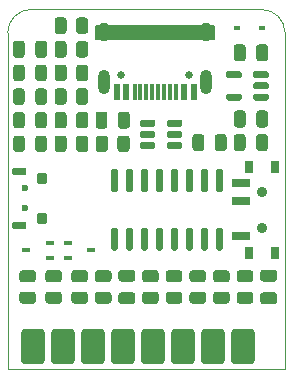
<source format=gbr>
G04 #@! TF.GenerationSoftware,KiCad,Pcbnew,6.0.7+dfsg-1~bpo11+1*
G04 #@! TF.ProjectId,project,70726f6a-6563-4742-9e6b-696361645f70,rev?*
G04 #@! TF.SameCoordinates,Original*
G04 #@! TF.FileFunction,Soldermask,Top*
G04 #@! TF.FilePolarity,Negative*
%FSLAX46Y46*%
G04 Gerber Fmt 4.6, Leading zero omitted, Abs format (unit mm)*
%MOMM*%
%LPD*%
G01*
G04 APERTURE LIST*
%ADD10C,0.150000*%
G04 #@! TA.AperFunction,Profile*
%ADD11C,0.100000*%
G04 #@! TD*
%ADD12R,0.600000X0.450000*%
%ADD13C,0.900000*%
%ADD14R,1.500000X0.700000*%
%ADD15R,0.800000X1.000000*%
%ADD16C,0.650000*%
%ADD17R,0.600000X1.450000*%
%ADD18R,0.300000X1.450000*%
%ADD19O,1.000000X2.100000*%
%ADD20O,1.000000X1.600000*%
%ADD21C,0.600000*%
%ADD22R,0.700000X0.450000*%
G04 APERTURE END LIST*
D10*
X107500000Y-97375000D02*
X117500000Y-97375000D01*
X117500000Y-97375000D02*
X117500000Y-98475000D01*
X117500000Y-98475000D02*
X107500000Y-98475000D01*
X107500000Y-98475000D02*
X107500000Y-97375000D01*
G36*
X107500000Y-97375000D02*
G01*
X117500000Y-97375000D01*
X117500000Y-98475000D01*
X107500000Y-98475000D01*
X107500000Y-97375000D01*
G37*
D11*
X122250000Y-126475000D02*
X101150000Y-126475000D01*
X123500000Y-98000000D02*
X123500000Y-126475000D01*
X100000000Y-98000000D02*
X100000000Y-126475000D01*
X123500000Y-98000000D02*
G75*
G03*
X121500000Y-96000000I-2000000J0D01*
G01*
X122250000Y-126475000D02*
X123500000Y-126475000D01*
X102000000Y-96000000D02*
X121500000Y-96000000D01*
X101150000Y-126475000D02*
X100000000Y-126475000D01*
X102000000Y-96000000D02*
G75*
G03*
X100000000Y-98000000I0J-2000000D01*
G01*
G36*
G01*
X112550000Y-120925000D02*
X111650000Y-120925000D01*
G75*
G02*
X111400000Y-120675000I0J250000D01*
G01*
X111400000Y-120150000D01*
G75*
G02*
X111650000Y-119900000I250000J0D01*
G01*
X112550000Y-119900000D01*
G75*
G02*
X112800000Y-120150000I0J-250000D01*
G01*
X112800000Y-120675000D01*
G75*
G02*
X112550000Y-120925000I-250000J0D01*
G01*
G37*
G36*
G01*
X112550000Y-119100000D02*
X111650000Y-119100000D01*
G75*
G02*
X111400000Y-118850000I0J250000D01*
G01*
X111400000Y-118325000D01*
G75*
G02*
X111650000Y-118075000I250000J0D01*
G01*
X112550000Y-118075000D01*
G75*
G02*
X112800000Y-118325000I0J-250000D01*
G01*
X112800000Y-118850000D01*
G75*
G02*
X112550000Y-119100000I-250000J0D01*
G01*
G37*
G36*
G01*
X110325000Y-106925000D02*
X110325000Y-107825000D01*
G75*
G02*
X110075000Y-108075000I-250000J0D01*
G01*
X109550000Y-108075000D01*
G75*
G02*
X109300000Y-107825000I0J250000D01*
G01*
X109300000Y-106925000D01*
G75*
G02*
X109550000Y-106675000I250000J0D01*
G01*
X110075000Y-106675000D01*
G75*
G02*
X110325000Y-106925000I0J-250000D01*
G01*
G37*
G36*
G01*
X108500000Y-106925000D02*
X108500000Y-107825000D01*
G75*
G02*
X108250000Y-108075000I-250000J0D01*
G01*
X107725000Y-108075000D01*
G75*
G02*
X107475000Y-107825000I0J250000D01*
G01*
X107475000Y-106925000D01*
G75*
G02*
X107725000Y-106675000I250000J0D01*
G01*
X108250000Y-106675000D01*
G75*
G02*
X108500000Y-106925000I0J-250000D01*
G01*
G37*
G36*
G01*
X109625000Y-118050000D02*
X110575000Y-118050000D01*
G75*
G02*
X110825000Y-118300000I0J-250000D01*
G01*
X110825000Y-118800000D01*
G75*
G02*
X110575000Y-119050000I-250000J0D01*
G01*
X109625000Y-119050000D01*
G75*
G02*
X109375000Y-118800000I0J250000D01*
G01*
X109375000Y-118300000D01*
G75*
G02*
X109625000Y-118050000I250000J0D01*
G01*
G37*
G36*
G01*
X109625000Y-119950000D02*
X110575000Y-119950000D01*
G75*
G02*
X110825000Y-120200000I0J-250000D01*
G01*
X110825000Y-120700000D01*
G75*
G02*
X110575000Y-120950000I-250000J0D01*
G01*
X109625000Y-120950000D01*
G75*
G02*
X109375000Y-120700000I0J250000D01*
G01*
X109375000Y-120200000D01*
G75*
G02*
X109625000Y-119950000I250000J0D01*
G01*
G37*
G36*
G01*
X103450000Y-118075000D02*
X104350000Y-118075000D01*
G75*
G02*
X104600000Y-118325000I0J-250000D01*
G01*
X104600000Y-118850000D01*
G75*
G02*
X104350000Y-119100000I-250000J0D01*
G01*
X103450000Y-119100000D01*
G75*
G02*
X103200000Y-118850000I0J250000D01*
G01*
X103200000Y-118325000D01*
G75*
G02*
X103450000Y-118075000I250000J0D01*
G01*
G37*
G36*
G01*
X103450000Y-119900000D02*
X104350000Y-119900000D01*
G75*
G02*
X104600000Y-120150000I0J-250000D01*
G01*
X104600000Y-120675000D01*
G75*
G02*
X104350000Y-120925000I-250000J0D01*
G01*
X103450000Y-120925000D01*
G75*
G02*
X103200000Y-120675000I0J250000D01*
G01*
X103200000Y-120150000D01*
G75*
G02*
X103450000Y-119900000I250000J0D01*
G01*
G37*
G36*
G01*
X103350000Y-98900000D02*
X103350000Y-99850000D01*
G75*
G02*
X103100000Y-100100000I-250000J0D01*
G01*
X102600000Y-100100000D01*
G75*
G02*
X102350000Y-99850000I0J250000D01*
G01*
X102350000Y-98900000D01*
G75*
G02*
X102600000Y-98650000I250000J0D01*
G01*
X103100000Y-98650000D01*
G75*
G02*
X103350000Y-98900000I0J-250000D01*
G01*
G37*
G36*
G01*
X101450000Y-98900000D02*
X101450000Y-99850000D01*
G75*
G02*
X101200000Y-100100000I-250000J0D01*
G01*
X100700000Y-100100000D01*
G75*
G02*
X100450000Y-99850000I0J250000D01*
G01*
X100450000Y-98900000D01*
G75*
G02*
X100700000Y-98650000I250000J0D01*
G01*
X101200000Y-98650000D01*
G75*
G02*
X101450000Y-98900000I0J-250000D01*
G01*
G37*
G36*
G01*
X100475000Y-101831250D02*
X100475000Y-100918750D01*
G75*
G02*
X100718750Y-100675000I243750J0D01*
G01*
X101206250Y-100675000D01*
G75*
G02*
X101450000Y-100918750I0J-243750D01*
G01*
X101450000Y-101831250D01*
G75*
G02*
X101206250Y-102075000I-243750J0D01*
G01*
X100718750Y-102075000D01*
G75*
G02*
X100475000Y-101831250I0J243750D01*
G01*
G37*
G36*
G01*
X102350000Y-101831250D02*
X102350000Y-100918750D01*
G75*
G02*
X102593750Y-100675000I243750J0D01*
G01*
X103081250Y-100675000D01*
G75*
G02*
X103325000Y-100918750I0J-243750D01*
G01*
X103325000Y-101831250D01*
G75*
G02*
X103081250Y-102075000I-243750J0D01*
G01*
X102593750Y-102075000D01*
G75*
G02*
X102350000Y-101831250I0J243750D01*
G01*
G37*
G36*
G01*
X100475000Y-103831250D02*
X100475000Y-102918750D01*
G75*
G02*
X100718750Y-102675000I243750J0D01*
G01*
X101206250Y-102675000D01*
G75*
G02*
X101450000Y-102918750I0J-243750D01*
G01*
X101450000Y-103831250D01*
G75*
G02*
X101206250Y-104075000I-243750J0D01*
G01*
X100718750Y-104075000D01*
G75*
G02*
X100475000Y-103831250I0J243750D01*
G01*
G37*
G36*
G01*
X102350000Y-103831250D02*
X102350000Y-102918750D01*
G75*
G02*
X102593750Y-102675000I243750J0D01*
G01*
X103081250Y-102675000D01*
G75*
G02*
X103325000Y-102918750I0J-243750D01*
G01*
X103325000Y-103831250D01*
G75*
G02*
X103081250Y-104075000I-243750J0D01*
G01*
X102593750Y-104075000D01*
G75*
G02*
X102350000Y-103831250I0J243750D01*
G01*
G37*
G36*
G01*
X119150000Y-107750000D02*
X119150000Y-106800000D01*
G75*
G02*
X119400000Y-106550000I250000J0D01*
G01*
X119900000Y-106550000D01*
G75*
G02*
X120150000Y-106800000I0J-250000D01*
G01*
X120150000Y-107750000D01*
G75*
G02*
X119900000Y-108000000I-250000J0D01*
G01*
X119400000Y-108000000D01*
G75*
G02*
X119150000Y-107750000I0J250000D01*
G01*
G37*
G36*
G01*
X121050000Y-107750000D02*
X121050000Y-106800000D01*
G75*
G02*
X121300000Y-106550000I250000J0D01*
G01*
X121800000Y-106550000D01*
G75*
G02*
X122050000Y-106800000I0J-250000D01*
G01*
X122050000Y-107750000D01*
G75*
G02*
X121800000Y-108000000I-250000J0D01*
G01*
X121300000Y-108000000D01*
G75*
G02*
X121050000Y-107750000I0J250000D01*
G01*
G37*
G36*
G01*
X118550000Y-120925000D02*
X117650000Y-120925000D01*
G75*
G02*
X117400000Y-120675000I0J250000D01*
G01*
X117400000Y-120150000D01*
G75*
G02*
X117650000Y-119900000I250000J0D01*
G01*
X118550000Y-119900000D01*
G75*
G02*
X118800000Y-120150000I0J-250000D01*
G01*
X118800000Y-120675000D01*
G75*
G02*
X118550000Y-120925000I-250000J0D01*
G01*
G37*
G36*
G01*
X118550000Y-119100000D02*
X117650000Y-119100000D01*
G75*
G02*
X117400000Y-118850000I0J250000D01*
G01*
X117400000Y-118325000D01*
G75*
G02*
X117650000Y-118075000I250000J0D01*
G01*
X118550000Y-118075000D01*
G75*
G02*
X118800000Y-118325000I0J-250000D01*
G01*
X118800000Y-118850000D01*
G75*
G02*
X118550000Y-119100000I-250000J0D01*
G01*
G37*
G36*
G01*
X117795000Y-109525000D02*
X118095000Y-109525000D01*
G75*
G02*
X118245000Y-109675000I0J-150000D01*
G01*
X118245000Y-111325000D01*
G75*
G02*
X118095000Y-111475000I-150000J0D01*
G01*
X117795000Y-111475000D01*
G75*
G02*
X117645000Y-111325000I0J150000D01*
G01*
X117645000Y-109675000D01*
G75*
G02*
X117795000Y-109525000I150000J0D01*
G01*
G37*
G36*
G01*
X116525000Y-109525000D02*
X116825000Y-109525000D01*
G75*
G02*
X116975000Y-109675000I0J-150000D01*
G01*
X116975000Y-111325000D01*
G75*
G02*
X116825000Y-111475000I-150000J0D01*
G01*
X116525000Y-111475000D01*
G75*
G02*
X116375000Y-111325000I0J150000D01*
G01*
X116375000Y-109675000D01*
G75*
G02*
X116525000Y-109525000I150000J0D01*
G01*
G37*
G36*
G01*
X115255000Y-109525000D02*
X115555000Y-109525000D01*
G75*
G02*
X115705000Y-109675000I0J-150000D01*
G01*
X115705000Y-111325000D01*
G75*
G02*
X115555000Y-111475000I-150000J0D01*
G01*
X115255000Y-111475000D01*
G75*
G02*
X115105000Y-111325000I0J150000D01*
G01*
X115105000Y-109675000D01*
G75*
G02*
X115255000Y-109525000I150000J0D01*
G01*
G37*
G36*
G01*
X113985000Y-109525000D02*
X114285000Y-109525000D01*
G75*
G02*
X114435000Y-109675000I0J-150000D01*
G01*
X114435000Y-111325000D01*
G75*
G02*
X114285000Y-111475000I-150000J0D01*
G01*
X113985000Y-111475000D01*
G75*
G02*
X113835000Y-111325000I0J150000D01*
G01*
X113835000Y-109675000D01*
G75*
G02*
X113985000Y-109525000I150000J0D01*
G01*
G37*
G36*
G01*
X112715000Y-109525000D02*
X113015000Y-109525000D01*
G75*
G02*
X113165000Y-109675000I0J-150000D01*
G01*
X113165000Y-111325000D01*
G75*
G02*
X113015000Y-111475000I-150000J0D01*
G01*
X112715000Y-111475000D01*
G75*
G02*
X112565000Y-111325000I0J150000D01*
G01*
X112565000Y-109675000D01*
G75*
G02*
X112715000Y-109525000I150000J0D01*
G01*
G37*
G36*
G01*
X111445000Y-109525000D02*
X111745000Y-109525000D01*
G75*
G02*
X111895000Y-109675000I0J-150000D01*
G01*
X111895000Y-111325000D01*
G75*
G02*
X111745000Y-111475000I-150000J0D01*
G01*
X111445000Y-111475000D01*
G75*
G02*
X111295000Y-111325000I0J150000D01*
G01*
X111295000Y-109675000D01*
G75*
G02*
X111445000Y-109525000I150000J0D01*
G01*
G37*
G36*
G01*
X110175000Y-109525000D02*
X110475000Y-109525000D01*
G75*
G02*
X110625000Y-109675000I0J-150000D01*
G01*
X110625000Y-111325000D01*
G75*
G02*
X110475000Y-111475000I-150000J0D01*
G01*
X110175000Y-111475000D01*
G75*
G02*
X110025000Y-111325000I0J150000D01*
G01*
X110025000Y-109675000D01*
G75*
G02*
X110175000Y-109525000I150000J0D01*
G01*
G37*
G36*
G01*
X108905000Y-109525000D02*
X109205000Y-109525000D01*
G75*
G02*
X109355000Y-109675000I0J-150000D01*
G01*
X109355000Y-111325000D01*
G75*
G02*
X109205000Y-111475000I-150000J0D01*
G01*
X108905000Y-111475000D01*
G75*
G02*
X108755000Y-111325000I0J150000D01*
G01*
X108755000Y-109675000D01*
G75*
G02*
X108905000Y-109525000I150000J0D01*
G01*
G37*
G36*
G01*
X108905000Y-114475000D02*
X109205000Y-114475000D01*
G75*
G02*
X109355000Y-114625000I0J-150000D01*
G01*
X109355000Y-116275000D01*
G75*
G02*
X109205000Y-116425000I-150000J0D01*
G01*
X108905000Y-116425000D01*
G75*
G02*
X108755000Y-116275000I0J150000D01*
G01*
X108755000Y-114625000D01*
G75*
G02*
X108905000Y-114475000I150000J0D01*
G01*
G37*
G36*
G01*
X110175000Y-114475000D02*
X110475000Y-114475000D01*
G75*
G02*
X110625000Y-114625000I0J-150000D01*
G01*
X110625000Y-116275000D01*
G75*
G02*
X110475000Y-116425000I-150000J0D01*
G01*
X110175000Y-116425000D01*
G75*
G02*
X110025000Y-116275000I0J150000D01*
G01*
X110025000Y-114625000D01*
G75*
G02*
X110175000Y-114475000I150000J0D01*
G01*
G37*
G36*
G01*
X111445000Y-114475000D02*
X111745000Y-114475000D01*
G75*
G02*
X111895000Y-114625000I0J-150000D01*
G01*
X111895000Y-116275000D01*
G75*
G02*
X111745000Y-116425000I-150000J0D01*
G01*
X111445000Y-116425000D01*
G75*
G02*
X111295000Y-116275000I0J150000D01*
G01*
X111295000Y-114625000D01*
G75*
G02*
X111445000Y-114475000I150000J0D01*
G01*
G37*
G36*
G01*
X112715000Y-114475000D02*
X113015000Y-114475000D01*
G75*
G02*
X113165000Y-114625000I0J-150000D01*
G01*
X113165000Y-116275000D01*
G75*
G02*
X113015000Y-116425000I-150000J0D01*
G01*
X112715000Y-116425000D01*
G75*
G02*
X112565000Y-116275000I0J150000D01*
G01*
X112565000Y-114625000D01*
G75*
G02*
X112715000Y-114475000I150000J0D01*
G01*
G37*
G36*
G01*
X113985000Y-114475000D02*
X114285000Y-114475000D01*
G75*
G02*
X114435000Y-114625000I0J-150000D01*
G01*
X114435000Y-116275000D01*
G75*
G02*
X114285000Y-116425000I-150000J0D01*
G01*
X113985000Y-116425000D01*
G75*
G02*
X113835000Y-116275000I0J150000D01*
G01*
X113835000Y-114625000D01*
G75*
G02*
X113985000Y-114475000I150000J0D01*
G01*
G37*
G36*
G01*
X115255000Y-114475000D02*
X115555000Y-114475000D01*
G75*
G02*
X115705000Y-114625000I0J-150000D01*
G01*
X115705000Y-116275000D01*
G75*
G02*
X115555000Y-116425000I-150000J0D01*
G01*
X115255000Y-116425000D01*
G75*
G02*
X115105000Y-116275000I0J150000D01*
G01*
X115105000Y-114625000D01*
G75*
G02*
X115255000Y-114475000I150000J0D01*
G01*
G37*
G36*
G01*
X116525000Y-114475000D02*
X116825000Y-114475000D01*
G75*
G02*
X116975000Y-114625000I0J-150000D01*
G01*
X116975000Y-116275000D01*
G75*
G02*
X116825000Y-116425000I-150000J0D01*
G01*
X116525000Y-116425000D01*
G75*
G02*
X116375000Y-116275000I0J150000D01*
G01*
X116375000Y-114625000D01*
G75*
G02*
X116525000Y-114475000I150000J0D01*
G01*
G37*
G36*
G01*
X117795000Y-114475000D02*
X118095000Y-114475000D01*
G75*
G02*
X118245000Y-114625000I0J-150000D01*
G01*
X118245000Y-116275000D01*
G75*
G02*
X118095000Y-116425000I-150000J0D01*
G01*
X117795000Y-116425000D01*
G75*
G02*
X117645000Y-116275000I0J150000D01*
G01*
X117645000Y-114625000D01*
G75*
G02*
X117795000Y-114475000I150000J0D01*
G01*
G37*
G36*
G01*
X115650000Y-107750000D02*
X115650000Y-106800000D01*
G75*
G02*
X115900000Y-106550000I250000J0D01*
G01*
X116400000Y-106550000D01*
G75*
G02*
X116650000Y-106800000I0J-250000D01*
G01*
X116650000Y-107750000D01*
G75*
G02*
X116400000Y-108000000I-250000J0D01*
G01*
X115900000Y-108000000D01*
G75*
G02*
X115650000Y-107750000I0J250000D01*
G01*
G37*
G36*
G01*
X117550000Y-107750000D02*
X117550000Y-106800000D01*
G75*
G02*
X117800000Y-106550000I250000J0D01*
G01*
X118300000Y-106550000D01*
G75*
G02*
X118550000Y-106800000I0J-250000D01*
G01*
X118550000Y-107750000D01*
G75*
G02*
X118300000Y-108000000I-250000J0D01*
G01*
X117800000Y-108000000D01*
G75*
G02*
X117550000Y-107750000I0J250000D01*
G01*
G37*
G36*
G01*
X103975000Y-99825000D02*
X103975000Y-98925000D01*
G75*
G02*
X104225000Y-98675000I250000J0D01*
G01*
X104750000Y-98675000D01*
G75*
G02*
X105000000Y-98925000I0J-250000D01*
G01*
X105000000Y-99825000D01*
G75*
G02*
X104750000Y-100075000I-250000J0D01*
G01*
X104225000Y-100075000D01*
G75*
G02*
X103975000Y-99825000I0J250000D01*
G01*
G37*
G36*
G01*
X105800000Y-99825000D02*
X105800000Y-98925000D01*
G75*
G02*
X106050000Y-98675000I250000J0D01*
G01*
X106575000Y-98675000D01*
G75*
G02*
X106825000Y-98925000I0J-250000D01*
G01*
X106825000Y-99825000D01*
G75*
G02*
X106575000Y-100075000I-250000J0D01*
G01*
X106050000Y-100075000D01*
G75*
G02*
X105800000Y-99825000I0J250000D01*
G01*
G37*
D12*
X121550000Y-97575000D03*
X119450000Y-97575000D03*
G36*
G01*
X103975000Y-103825000D02*
X103975000Y-102925000D01*
G75*
G02*
X104225000Y-102675000I250000J0D01*
G01*
X104750000Y-102675000D01*
G75*
G02*
X105000000Y-102925000I0J-250000D01*
G01*
X105000000Y-103825000D01*
G75*
G02*
X104750000Y-104075000I-250000J0D01*
G01*
X104225000Y-104075000D01*
G75*
G02*
X103975000Y-103825000I0J250000D01*
G01*
G37*
G36*
G01*
X105800000Y-103825000D02*
X105800000Y-102925000D01*
G75*
G02*
X106050000Y-102675000I250000J0D01*
G01*
X106575000Y-102675000D01*
G75*
G02*
X106825000Y-102925000I0J-250000D01*
G01*
X106825000Y-103825000D01*
G75*
G02*
X106575000Y-104075000I-250000J0D01*
G01*
X106050000Y-104075000D01*
G75*
G02*
X105800000Y-103825000I0J250000D01*
G01*
G37*
G36*
G01*
X103975000Y-97825000D02*
X103975000Y-96925000D01*
G75*
G02*
X104225000Y-96675000I250000J0D01*
G01*
X104750000Y-96675000D01*
G75*
G02*
X105000000Y-96925000I0J-250000D01*
G01*
X105000000Y-97825000D01*
G75*
G02*
X104750000Y-98075000I-250000J0D01*
G01*
X104225000Y-98075000D01*
G75*
G02*
X103975000Y-97825000I0J250000D01*
G01*
G37*
G36*
G01*
X105800000Y-97825000D02*
X105800000Y-96925000D01*
G75*
G02*
X106050000Y-96675000I250000J0D01*
G01*
X106575000Y-96675000D01*
G75*
G02*
X106825000Y-96925000I0J-250000D01*
G01*
X106825000Y-97825000D01*
G75*
G02*
X106575000Y-98075000I-250000J0D01*
G01*
X106050000Y-98075000D01*
G75*
G02*
X105800000Y-97825000I0J250000D01*
G01*
G37*
G36*
G01*
X122100000Y-103275000D02*
X122100000Y-103575000D01*
G75*
G02*
X121950000Y-103725000I-150000J0D01*
G01*
X120925000Y-103725000D01*
G75*
G02*
X120775000Y-103575000I0J150000D01*
G01*
X120775000Y-103275000D01*
G75*
G02*
X120925000Y-103125000I150000J0D01*
G01*
X121950000Y-103125000D01*
G75*
G02*
X122100000Y-103275000I0J-150000D01*
G01*
G37*
G36*
G01*
X122100000Y-102325000D02*
X122100000Y-102625000D01*
G75*
G02*
X121950000Y-102775000I-150000J0D01*
G01*
X120925000Y-102775000D01*
G75*
G02*
X120775000Y-102625000I0J150000D01*
G01*
X120775000Y-102325000D01*
G75*
G02*
X120925000Y-102175000I150000J0D01*
G01*
X121950000Y-102175000D01*
G75*
G02*
X122100000Y-102325000I0J-150000D01*
G01*
G37*
G36*
G01*
X122100000Y-101375000D02*
X122100000Y-101675000D01*
G75*
G02*
X121950000Y-101825000I-150000J0D01*
G01*
X120925000Y-101825000D01*
G75*
G02*
X120775000Y-101675000I0J150000D01*
G01*
X120775000Y-101375000D01*
G75*
G02*
X120925000Y-101225000I150000J0D01*
G01*
X121950000Y-101225000D01*
G75*
G02*
X122100000Y-101375000I0J-150000D01*
G01*
G37*
G36*
G01*
X119825000Y-101375000D02*
X119825000Y-101675000D01*
G75*
G02*
X119675000Y-101825000I-150000J0D01*
G01*
X118650000Y-101825000D01*
G75*
G02*
X118500000Y-101675000I0J150000D01*
G01*
X118500000Y-101375000D01*
G75*
G02*
X118650000Y-101225000I150000J0D01*
G01*
X119675000Y-101225000D01*
G75*
G02*
X119825000Y-101375000I0J-150000D01*
G01*
G37*
G36*
G01*
X119825000Y-103275000D02*
X119825000Y-103575000D01*
G75*
G02*
X119675000Y-103725000I-150000J0D01*
G01*
X118650000Y-103725000D01*
G75*
G02*
X118500000Y-103575000I0J150000D01*
G01*
X118500000Y-103275000D01*
G75*
G02*
X118650000Y-103125000I150000J0D01*
G01*
X119675000Y-103125000D01*
G75*
G02*
X119825000Y-103275000I0J-150000D01*
G01*
G37*
G36*
G01*
X103975000Y-107825000D02*
X103975000Y-106925000D01*
G75*
G02*
X104225000Y-106675000I250000J0D01*
G01*
X104750000Y-106675000D01*
G75*
G02*
X105000000Y-106925000I0J-250000D01*
G01*
X105000000Y-107825000D01*
G75*
G02*
X104750000Y-108075000I-250000J0D01*
G01*
X104225000Y-108075000D01*
G75*
G02*
X103975000Y-107825000I0J250000D01*
G01*
G37*
G36*
G01*
X105800000Y-107825000D02*
X105800000Y-106925000D01*
G75*
G02*
X106050000Y-106675000I250000J0D01*
G01*
X106575000Y-106675000D01*
G75*
G02*
X106825000Y-106925000I0J-250000D01*
G01*
X106825000Y-107825000D01*
G75*
G02*
X106575000Y-108075000I-250000J0D01*
G01*
X106050000Y-108075000D01*
G75*
G02*
X105800000Y-107825000I0J250000D01*
G01*
G37*
G36*
G01*
X114800000Y-107375000D02*
X114800000Y-107675000D01*
G75*
G02*
X114650000Y-107825000I-150000J0D01*
G01*
X113625000Y-107825000D01*
G75*
G02*
X113475000Y-107675000I0J150000D01*
G01*
X113475000Y-107375000D01*
G75*
G02*
X113625000Y-107225000I150000J0D01*
G01*
X114650000Y-107225000D01*
G75*
G02*
X114800000Y-107375000I0J-150000D01*
G01*
G37*
G36*
G01*
X114800000Y-106425000D02*
X114800000Y-106725000D01*
G75*
G02*
X114650000Y-106875000I-150000J0D01*
G01*
X113625000Y-106875000D01*
G75*
G02*
X113475000Y-106725000I0J150000D01*
G01*
X113475000Y-106425000D01*
G75*
G02*
X113625000Y-106275000I150000J0D01*
G01*
X114650000Y-106275000D01*
G75*
G02*
X114800000Y-106425000I0J-150000D01*
G01*
G37*
G36*
G01*
X114800000Y-105475000D02*
X114800000Y-105775000D01*
G75*
G02*
X114650000Y-105925000I-150000J0D01*
G01*
X113625000Y-105925000D01*
G75*
G02*
X113475000Y-105775000I0J150000D01*
G01*
X113475000Y-105475000D01*
G75*
G02*
X113625000Y-105325000I150000J0D01*
G01*
X114650000Y-105325000D01*
G75*
G02*
X114800000Y-105475000I0J-150000D01*
G01*
G37*
G36*
G01*
X112525000Y-105475000D02*
X112525000Y-105775000D01*
G75*
G02*
X112375000Y-105925000I-150000J0D01*
G01*
X111350000Y-105925000D01*
G75*
G02*
X111200000Y-105775000I0J150000D01*
G01*
X111200000Y-105475000D01*
G75*
G02*
X111350000Y-105325000I150000J0D01*
G01*
X112375000Y-105325000D01*
G75*
G02*
X112525000Y-105475000I0J-150000D01*
G01*
G37*
G36*
G01*
X112525000Y-106425000D02*
X112525000Y-106725000D01*
G75*
G02*
X112375000Y-106875000I-150000J0D01*
G01*
X111350000Y-106875000D01*
G75*
G02*
X111200000Y-106725000I0J150000D01*
G01*
X111200000Y-106425000D01*
G75*
G02*
X111350000Y-106275000I150000J0D01*
G01*
X112375000Y-106275000D01*
G75*
G02*
X112525000Y-106425000I0J-150000D01*
G01*
G37*
G36*
G01*
X112525000Y-107375000D02*
X112525000Y-107675000D01*
G75*
G02*
X112375000Y-107825000I-150000J0D01*
G01*
X111350000Y-107825000D01*
G75*
G02*
X111200000Y-107675000I0J150000D01*
G01*
X111200000Y-107375000D01*
G75*
G02*
X111350000Y-107225000I150000J0D01*
G01*
X112375000Y-107225000D01*
G75*
G02*
X112525000Y-107375000I0J-150000D01*
G01*
G37*
D13*
X121530000Y-111475000D03*
X121530000Y-114475000D03*
D14*
X119770000Y-115225000D03*
X119770000Y-112225000D03*
X119770000Y-110725000D03*
D15*
X120420000Y-116625000D03*
X120420000Y-109325000D03*
X122630000Y-116625000D03*
X122630000Y-109325000D03*
G36*
G01*
X100475000Y-107831250D02*
X100475000Y-106918750D01*
G75*
G02*
X100718750Y-106675000I243750J0D01*
G01*
X101206250Y-106675000D01*
G75*
G02*
X101450000Y-106918750I0J-243750D01*
G01*
X101450000Y-107831250D01*
G75*
G02*
X101206250Y-108075000I-243750J0D01*
G01*
X100718750Y-108075000D01*
G75*
G02*
X100475000Y-107831250I0J243750D01*
G01*
G37*
G36*
G01*
X102350000Y-107831250D02*
X102350000Y-106918750D01*
G75*
G02*
X102593750Y-106675000I243750J0D01*
G01*
X103081250Y-106675000D01*
G75*
G02*
X103325000Y-106918750I0J-243750D01*
G01*
X103325000Y-107831250D01*
G75*
G02*
X103081250Y-108075000I-243750J0D01*
G01*
X102593750Y-108075000D01*
G75*
G02*
X102350000Y-107831250I0J243750D01*
G01*
G37*
G36*
G01*
X110350000Y-104900000D02*
X110350000Y-105850000D01*
G75*
G02*
X110100000Y-106100000I-250000J0D01*
G01*
X109600000Y-106100000D01*
G75*
G02*
X109350000Y-105850000I0J250000D01*
G01*
X109350000Y-104900000D01*
G75*
G02*
X109600000Y-104650000I250000J0D01*
G01*
X110100000Y-104650000D01*
G75*
G02*
X110350000Y-104900000I0J-250000D01*
G01*
G37*
G36*
G01*
X108450000Y-104900000D02*
X108450000Y-105850000D01*
G75*
G02*
X108200000Y-106100000I-250000J0D01*
G01*
X107700000Y-106100000D01*
G75*
G02*
X107450000Y-105850000I0J250000D01*
G01*
X107450000Y-104900000D01*
G75*
G02*
X107700000Y-104650000I250000J0D01*
G01*
X108200000Y-104650000D01*
G75*
G02*
X108450000Y-104900000I0J-250000D01*
G01*
G37*
G36*
G01*
X100475000Y-105831250D02*
X100475000Y-104918750D01*
G75*
G02*
X100718750Y-104675000I243750J0D01*
G01*
X101206250Y-104675000D01*
G75*
G02*
X101450000Y-104918750I0J-243750D01*
G01*
X101450000Y-105831250D01*
G75*
G02*
X101206250Y-106075000I-243750J0D01*
G01*
X100718750Y-106075000D01*
G75*
G02*
X100475000Y-105831250I0J243750D01*
G01*
G37*
G36*
G01*
X102350000Y-105831250D02*
X102350000Y-104918750D01*
G75*
G02*
X102593750Y-104675000I243750J0D01*
G01*
X103081250Y-104675000D01*
G75*
G02*
X103325000Y-104918750I0J-243750D01*
G01*
X103325000Y-105831250D01*
G75*
G02*
X103081250Y-106075000I-243750J0D01*
G01*
X102593750Y-106075000D01*
G75*
G02*
X102350000Y-105831250I0J243750D01*
G01*
G37*
G36*
G01*
X103975000Y-101825000D02*
X103975000Y-100925000D01*
G75*
G02*
X104225000Y-100675000I250000J0D01*
G01*
X104750000Y-100675000D01*
G75*
G02*
X105000000Y-100925000I0J-250000D01*
G01*
X105000000Y-101825000D01*
G75*
G02*
X104750000Y-102075000I-250000J0D01*
G01*
X104225000Y-102075000D01*
G75*
G02*
X103975000Y-101825000I0J250000D01*
G01*
G37*
G36*
G01*
X105800000Y-101825000D02*
X105800000Y-100925000D01*
G75*
G02*
X106050000Y-100675000I250000J0D01*
G01*
X106575000Y-100675000D01*
G75*
G02*
X106825000Y-100925000I0J-250000D01*
G01*
X106825000Y-101825000D01*
G75*
G02*
X106575000Y-102075000I-250000J0D01*
G01*
X106050000Y-102075000D01*
G75*
G02*
X105800000Y-101825000I0J250000D01*
G01*
G37*
D16*
X109610000Y-101575000D03*
X115390000Y-101575000D03*
D17*
X115750000Y-103020000D03*
X114950000Y-103020000D03*
D18*
X113750000Y-103020000D03*
X112750000Y-103020000D03*
X112250000Y-103020000D03*
X111250000Y-103020000D03*
D17*
X110050000Y-103020000D03*
X109250000Y-103020000D03*
X109250000Y-103020000D03*
X110050000Y-103020000D03*
D18*
X110750000Y-103020000D03*
X111750000Y-103020000D03*
X113250000Y-103020000D03*
X114250000Y-103020000D03*
D17*
X114950000Y-103020000D03*
X115750000Y-103020000D03*
D19*
X116820000Y-102105000D03*
D20*
X108180000Y-97925000D03*
X116820000Y-97925000D03*
D19*
X108180000Y-102105000D03*
G36*
G01*
X101250000Y-118075000D02*
X102150000Y-118075000D01*
G75*
G02*
X102400000Y-118325000I0J-250000D01*
G01*
X102400000Y-118850000D01*
G75*
G02*
X102150000Y-119100000I-250000J0D01*
G01*
X101250000Y-119100000D01*
G75*
G02*
X101000000Y-118850000I0J250000D01*
G01*
X101000000Y-118325000D01*
G75*
G02*
X101250000Y-118075000I250000J0D01*
G01*
G37*
G36*
G01*
X101250000Y-119900000D02*
X102150000Y-119900000D01*
G75*
G02*
X102400000Y-120150000I0J-250000D01*
G01*
X102400000Y-120675000D01*
G75*
G02*
X102150000Y-120925000I-250000J0D01*
G01*
X101250000Y-120925000D01*
G75*
G02*
X101000000Y-120675000I0J250000D01*
G01*
X101000000Y-120150000D01*
G75*
G02*
X101250000Y-119900000I250000J0D01*
G01*
G37*
G36*
G01*
X122575000Y-120950000D02*
X121625000Y-120950000D01*
G75*
G02*
X121375000Y-120700000I0J250000D01*
G01*
X121375000Y-120200000D01*
G75*
G02*
X121625000Y-119950000I250000J0D01*
G01*
X122575000Y-119950000D01*
G75*
G02*
X122825000Y-120200000I0J-250000D01*
G01*
X122825000Y-120700000D01*
G75*
G02*
X122575000Y-120950000I-250000J0D01*
G01*
G37*
G36*
G01*
X122575000Y-119050000D02*
X121625000Y-119050000D01*
G75*
G02*
X121375000Y-118800000I0J250000D01*
G01*
X121375000Y-118300000D01*
G75*
G02*
X121625000Y-118050000I250000J0D01*
G01*
X122575000Y-118050000D01*
G75*
G02*
X122825000Y-118300000I0J-250000D01*
G01*
X122825000Y-118800000D01*
G75*
G02*
X122575000Y-119050000I-250000J0D01*
G01*
G37*
D21*
X101500000Y-111150000D03*
X101500000Y-112850000D03*
G36*
G01*
X103200000Y-114150000D02*
X102600000Y-114150000D01*
G75*
G02*
X102500000Y-114050000I0J100000D01*
G01*
X102500000Y-113350000D01*
G75*
G02*
X102600000Y-113250000I100000J0D01*
G01*
X103200000Y-113250000D01*
G75*
G02*
X103300000Y-113350000I0J-100000D01*
G01*
X103300000Y-114050000D01*
G75*
G02*
X103200000Y-114150000I-100000J0D01*
G01*
G37*
G36*
G01*
X103200000Y-110750000D02*
X102600000Y-110750000D01*
G75*
G02*
X102500000Y-110650000I0J100000D01*
G01*
X102500000Y-109950000D01*
G75*
G02*
X102600000Y-109850000I100000J0D01*
G01*
X103200000Y-109850000D01*
G75*
G02*
X103300000Y-109950000I0J-100000D01*
G01*
X103300000Y-110650000D01*
G75*
G02*
X103200000Y-110750000I-100000J0D01*
G01*
G37*
G36*
G01*
X101500000Y-110000000D02*
X100500000Y-110000000D01*
G75*
G02*
X100400000Y-109900000I0J100000D01*
G01*
X100400000Y-109500000D01*
G75*
G02*
X100500000Y-109400000I100000J0D01*
G01*
X101500000Y-109400000D01*
G75*
G02*
X101600000Y-109500000I0J-100000D01*
G01*
X101600000Y-109900000D01*
G75*
G02*
X101500000Y-110000000I-100000J0D01*
G01*
G37*
G36*
G01*
X101500000Y-114600000D02*
X100500000Y-114600000D01*
G75*
G02*
X100400000Y-114500000I0J100000D01*
G01*
X100400000Y-114100000D01*
G75*
G02*
X100500000Y-114000000I100000J0D01*
G01*
X101500000Y-114000000D01*
G75*
G02*
X101600000Y-114100000I0J-100000D01*
G01*
X101600000Y-114500000D01*
G75*
G02*
X101500000Y-114600000I-100000J0D01*
G01*
G37*
G36*
G01*
X103975000Y-105825000D02*
X103975000Y-104925000D01*
G75*
G02*
X104225000Y-104675000I250000J0D01*
G01*
X104750000Y-104675000D01*
G75*
G02*
X105000000Y-104925000I0J-250000D01*
G01*
X105000000Y-105825000D01*
G75*
G02*
X104750000Y-106075000I-250000J0D01*
G01*
X104225000Y-106075000D01*
G75*
G02*
X103975000Y-105825000I0J250000D01*
G01*
G37*
G36*
G01*
X105800000Y-105825000D02*
X105800000Y-104925000D01*
G75*
G02*
X106050000Y-104675000I250000J0D01*
G01*
X106575000Y-104675000D01*
G75*
G02*
X106825000Y-104925000I0J-250000D01*
G01*
X106825000Y-105825000D01*
G75*
G02*
X106575000Y-106075000I-250000J0D01*
G01*
X106050000Y-106075000D01*
G75*
G02*
X105800000Y-105825000I0J250000D01*
G01*
G37*
G36*
G01*
X108550000Y-120925000D02*
X107650000Y-120925000D01*
G75*
G02*
X107400000Y-120675000I0J250000D01*
G01*
X107400000Y-120150000D01*
G75*
G02*
X107650000Y-119900000I250000J0D01*
G01*
X108550000Y-119900000D01*
G75*
G02*
X108800000Y-120150000I0J-250000D01*
G01*
X108800000Y-120675000D01*
G75*
G02*
X108550000Y-120925000I-250000J0D01*
G01*
G37*
G36*
G01*
X108550000Y-119100000D02*
X107650000Y-119100000D01*
G75*
G02*
X107400000Y-118850000I0J250000D01*
G01*
X107400000Y-118325000D01*
G75*
G02*
X107650000Y-118075000I250000J0D01*
G01*
X108550000Y-118075000D01*
G75*
G02*
X108800000Y-118325000I0J-250000D01*
G01*
X108800000Y-118850000D01*
G75*
G02*
X108550000Y-119100000I-250000J0D01*
G01*
G37*
G36*
G01*
X119650000Y-118075000D02*
X120550000Y-118075000D01*
G75*
G02*
X120800000Y-118325000I0J-250000D01*
G01*
X120800000Y-118850000D01*
G75*
G02*
X120550000Y-119100000I-250000J0D01*
G01*
X119650000Y-119100000D01*
G75*
G02*
X119400000Y-118850000I0J250000D01*
G01*
X119400000Y-118325000D01*
G75*
G02*
X119650000Y-118075000I250000J0D01*
G01*
G37*
G36*
G01*
X119650000Y-119900000D02*
X120550000Y-119900000D01*
G75*
G02*
X120800000Y-120150000I0J-250000D01*
G01*
X120800000Y-120675000D01*
G75*
G02*
X120550000Y-120925000I-250000J0D01*
G01*
X119650000Y-120925000D01*
G75*
G02*
X119400000Y-120675000I0J250000D01*
G01*
X119400000Y-120150000D01*
G75*
G02*
X119650000Y-119900000I250000J0D01*
G01*
G37*
G36*
G01*
X106550000Y-120925000D02*
X105650000Y-120925000D01*
G75*
G02*
X105400000Y-120675000I0J250000D01*
G01*
X105400000Y-120150000D01*
G75*
G02*
X105650000Y-119900000I250000J0D01*
G01*
X106550000Y-119900000D01*
G75*
G02*
X106800000Y-120150000I0J-250000D01*
G01*
X106800000Y-120675000D01*
G75*
G02*
X106550000Y-120925000I-250000J0D01*
G01*
G37*
G36*
G01*
X106550000Y-119100000D02*
X105650000Y-119100000D01*
G75*
G02*
X105400000Y-118850000I0J250000D01*
G01*
X105400000Y-118325000D01*
G75*
G02*
X105650000Y-118075000I250000J0D01*
G01*
X106550000Y-118075000D01*
G75*
G02*
X106800000Y-118325000I0J-250000D01*
G01*
X106800000Y-118850000D01*
G75*
G02*
X106550000Y-119100000I-250000J0D01*
G01*
G37*
G36*
G01*
X116550000Y-120925000D02*
X115650000Y-120925000D01*
G75*
G02*
X115400000Y-120675000I0J250000D01*
G01*
X115400000Y-120150000D01*
G75*
G02*
X115650000Y-119900000I250000J0D01*
G01*
X116550000Y-119900000D01*
G75*
G02*
X116800000Y-120150000I0J-250000D01*
G01*
X116800000Y-120675000D01*
G75*
G02*
X116550000Y-120925000I-250000J0D01*
G01*
G37*
G36*
G01*
X116550000Y-119100000D02*
X115650000Y-119100000D01*
G75*
G02*
X115400000Y-118850000I0J250000D01*
G01*
X115400000Y-118325000D01*
G75*
G02*
X115650000Y-118075000I250000J0D01*
G01*
X116550000Y-118075000D01*
G75*
G02*
X116800000Y-118325000I0J-250000D01*
G01*
X116800000Y-118850000D01*
G75*
G02*
X116550000Y-119100000I-250000J0D01*
G01*
G37*
D22*
X103600000Y-117050000D03*
X103600000Y-115750000D03*
X101600000Y-116400000D03*
X105100000Y-115750000D03*
X105100000Y-117050000D03*
X107100000Y-116400000D03*
G36*
G01*
X122050000Y-99200000D02*
X122050000Y-100150000D01*
G75*
G02*
X121800000Y-100400000I-250000J0D01*
G01*
X121300000Y-100400000D01*
G75*
G02*
X121050000Y-100150000I0J250000D01*
G01*
X121050000Y-99200000D01*
G75*
G02*
X121300000Y-98950000I250000J0D01*
G01*
X121800000Y-98950000D01*
G75*
G02*
X122050000Y-99200000I0J-250000D01*
G01*
G37*
G36*
G01*
X120150000Y-99200000D02*
X120150000Y-100150000D01*
G75*
G02*
X119900000Y-100400000I-250000J0D01*
G01*
X119400000Y-100400000D01*
G75*
G02*
X119150000Y-100150000I0J250000D01*
G01*
X119150000Y-99200000D01*
G75*
G02*
X119400000Y-98950000I250000J0D01*
G01*
X119900000Y-98950000D01*
G75*
G02*
X120150000Y-99200000I0J-250000D01*
G01*
G37*
G36*
G01*
X119150000Y-105750000D02*
X119150000Y-104800000D01*
G75*
G02*
X119400000Y-104550000I250000J0D01*
G01*
X119900000Y-104550000D01*
G75*
G02*
X120150000Y-104800000I0J-250000D01*
G01*
X120150000Y-105750000D01*
G75*
G02*
X119900000Y-106000000I-250000J0D01*
G01*
X119400000Y-106000000D01*
G75*
G02*
X119150000Y-105750000I0J250000D01*
G01*
G37*
G36*
G01*
X121050000Y-105750000D02*
X121050000Y-104800000D01*
G75*
G02*
X121300000Y-104550000I250000J0D01*
G01*
X121800000Y-104550000D01*
G75*
G02*
X122050000Y-104800000I0J-250000D01*
G01*
X122050000Y-105750000D01*
G75*
G02*
X121800000Y-106000000I-250000J0D01*
G01*
X121300000Y-106000000D01*
G75*
G02*
X121050000Y-105750000I0J250000D01*
G01*
G37*
G36*
G01*
X102850000Y-126050000D02*
X101450000Y-126050000D01*
G75*
G02*
X101150000Y-125750000I0J300000D01*
G01*
X101150000Y-123350000D01*
G75*
G02*
X101450000Y-123050000I300000J0D01*
G01*
X102850000Y-123050000D01*
G75*
G02*
X103150000Y-123350000I0J-300000D01*
G01*
X103150000Y-125750000D01*
G75*
G02*
X102850000Y-126050000I-300000J0D01*
G01*
G37*
G36*
G01*
X105390000Y-126050000D02*
X103990000Y-126050000D01*
G75*
G02*
X103690000Y-125750000I0J300000D01*
G01*
X103690000Y-123350000D01*
G75*
G02*
X103990000Y-123050000I300000J0D01*
G01*
X105390000Y-123050000D01*
G75*
G02*
X105690000Y-123350000I0J-300000D01*
G01*
X105690000Y-125750000D01*
G75*
G02*
X105390000Y-126050000I-300000J0D01*
G01*
G37*
G36*
G01*
X107930000Y-126050000D02*
X106530000Y-126050000D01*
G75*
G02*
X106230000Y-125750000I0J300000D01*
G01*
X106230000Y-123350000D01*
G75*
G02*
X106530000Y-123050000I300000J0D01*
G01*
X107930000Y-123050000D01*
G75*
G02*
X108230000Y-123350000I0J-300000D01*
G01*
X108230000Y-125750000D01*
G75*
G02*
X107930000Y-126050000I-300000J0D01*
G01*
G37*
G36*
G01*
X110470000Y-126050000D02*
X109070000Y-126050000D01*
G75*
G02*
X108770000Y-125750000I0J300000D01*
G01*
X108770000Y-123350000D01*
G75*
G02*
X109070000Y-123050000I300000J0D01*
G01*
X110470000Y-123050000D01*
G75*
G02*
X110770000Y-123350000I0J-300000D01*
G01*
X110770000Y-125750000D01*
G75*
G02*
X110470000Y-126050000I-300000J0D01*
G01*
G37*
G36*
G01*
X113010000Y-126050000D02*
X111610000Y-126050000D01*
G75*
G02*
X111310000Y-125750000I0J300000D01*
G01*
X111310000Y-123350000D01*
G75*
G02*
X111610000Y-123050000I300000J0D01*
G01*
X113010000Y-123050000D01*
G75*
G02*
X113310000Y-123350000I0J-300000D01*
G01*
X113310000Y-125750000D01*
G75*
G02*
X113010000Y-126050000I-300000J0D01*
G01*
G37*
G36*
G01*
X115550000Y-126050000D02*
X114150000Y-126050000D01*
G75*
G02*
X113850000Y-125750000I0J300000D01*
G01*
X113850000Y-123350000D01*
G75*
G02*
X114150000Y-123050000I300000J0D01*
G01*
X115550000Y-123050000D01*
G75*
G02*
X115850000Y-123350000I0J-300000D01*
G01*
X115850000Y-125750000D01*
G75*
G02*
X115550000Y-126050000I-300000J0D01*
G01*
G37*
G36*
G01*
X118090000Y-126050000D02*
X116690000Y-126050000D01*
G75*
G02*
X116390000Y-125750000I0J300000D01*
G01*
X116390000Y-123350000D01*
G75*
G02*
X116690000Y-123050000I300000J0D01*
G01*
X118090000Y-123050000D01*
G75*
G02*
X118390000Y-123350000I0J-300000D01*
G01*
X118390000Y-125750000D01*
G75*
G02*
X118090000Y-126050000I-300000J0D01*
G01*
G37*
G36*
G01*
X120630000Y-126050000D02*
X119230000Y-126050000D01*
G75*
G02*
X118930000Y-125750000I0J300000D01*
G01*
X118930000Y-123350000D01*
G75*
G02*
X119230000Y-123050000I300000J0D01*
G01*
X120630000Y-123050000D01*
G75*
G02*
X120930000Y-123350000I0J-300000D01*
G01*
X120930000Y-125750000D01*
G75*
G02*
X120630000Y-126050000I-300000J0D01*
G01*
G37*
G36*
G01*
X114550000Y-120925000D02*
X113650000Y-120925000D01*
G75*
G02*
X113400000Y-120675000I0J250000D01*
G01*
X113400000Y-120150000D01*
G75*
G02*
X113650000Y-119900000I250000J0D01*
G01*
X114550000Y-119900000D01*
G75*
G02*
X114800000Y-120150000I0J-250000D01*
G01*
X114800000Y-120675000D01*
G75*
G02*
X114550000Y-120925000I-250000J0D01*
G01*
G37*
G36*
G01*
X114550000Y-119100000D02*
X113650000Y-119100000D01*
G75*
G02*
X113400000Y-118850000I0J250000D01*
G01*
X113400000Y-118325000D01*
G75*
G02*
X113650000Y-118075000I250000J0D01*
G01*
X114550000Y-118075000D01*
G75*
G02*
X114800000Y-118325000I0J-250000D01*
G01*
X114800000Y-118850000D01*
G75*
G02*
X114550000Y-119100000I-250000J0D01*
G01*
G37*
M02*

</source>
